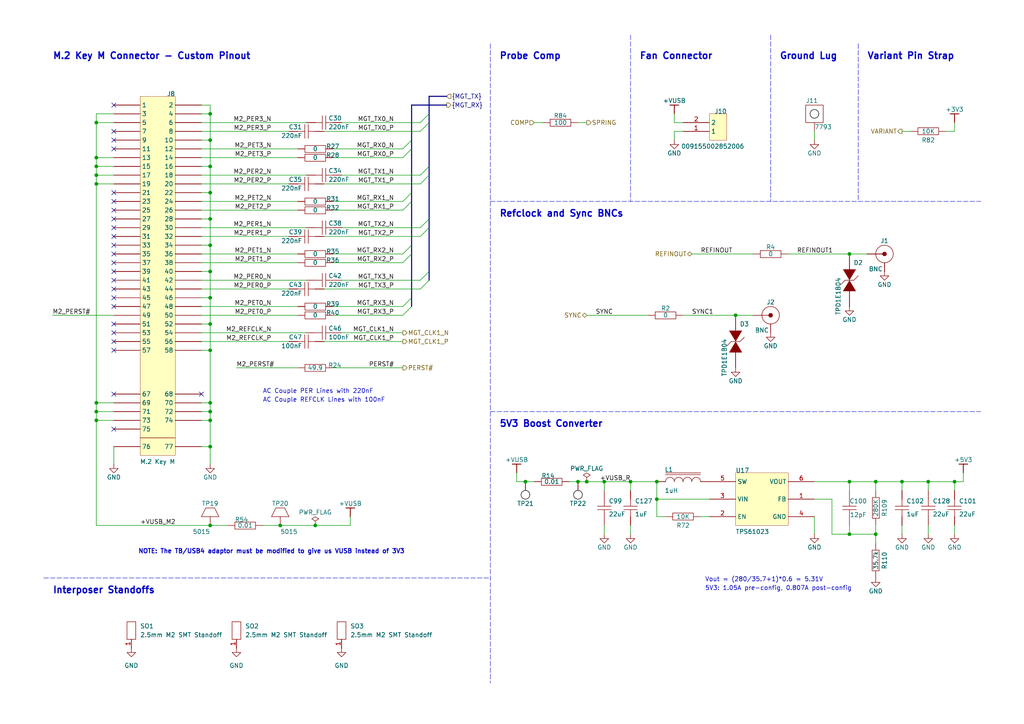
<source format=kicad_sch>
(kicad_sch (version 20250114) (generator "eeschema") (generator_version "9.0")
  (paper "A4")
  (title_block (title "ThunderScope") (rev "5.3") (company "EEVengers") (comment 1 "Aleksa Bjelogrlic"))
  (text "Probe Comp" (at 144.78 15.24 0) (effects (font (size 1.905 1.905) (thickness 0.381) (bold yes)) (justify left top)))
  (text "Vout = (280/35.7+1)*0.6 = 5.31V" (at 204.47 168.91 0) (effects (font (size 1.27 1.27) (thickness 0.1588)) (justify left bottom)))
  (text "AC Couple PER Lines with 220nF" (at 76.2 114.3 0) (effects (font (size 1.27 1.27)) (justify left bottom)))
  (text "AC Couple REFCLK Lines with 100nF" (at 76.2 116.84 0) (effects (font (size 1.27 1.27)) (justify left bottom)))
  (text "Fan Connector" (at 185.42 15.24 0) (effects (font (size 1.905 1.905) (thickness 0.381) (bold yes)) (justify left top)))
  (text "5V3 Boost Converter" (at 144.78 121.92 0) (effects (font (size 1.905 1.905) (thickness 0.381) (bold yes)) (justify left top)))
  (text "Refclock and Sync BNCs" (at 144.78 60.96 0) (effects (font (size 1.905 1.905) (thickness 0.381) (bold yes)) (justify left top)))
  (text "5V3: 1.05A pre-config, 0.807A post-config" (at 204.47 171.45 0) (effects (font (size 1.27 1.27) (thickness 0.1588)) (justify left bottom)))
  (text "NOTE: The TB/USB4 adaptor must be modified to give us VUSB instead of 3V3" (at 78.74 160.02 0) (effects (font (size 1.27 1.27) (thickness 0.254) (bold yes))))
  (text "Variant Pin Strap" (at 251.46 15.24 0) (effects (font (size 1.905 1.905) (thickness 0.381) (bold yes)) (justify left top)))
  (text "M.2 Key M Connector - Custom Pinout" (at 15.24 15.24 0) (effects (font (size 1.905 1.905) (thickness 0.381) (bold yes)) (justify left top)))
  (text "Ground Lug" (at 226.06 15.24 0) (effects (font (size 1.905 1.905) (thickness 0.381) (bold yes)) (justify left top)))
  (text "Interposer Standoffs" (at 15.24 170.18 0) (effects (font (size 1.905 1.905) (thickness 0.381) (bold yes)) (justify left top)))
  (junction (at 27.94 35.56))
  (junction (at 60.96 101.6))
  (junction (at 246.38 154.94))
  (junction (at 60.96 116.84))
  (junction (at 60.96 48.26))
  (junction (at 276.86 139.7))
  (junction (at 60.96 93.98))
  (junction (at 254 139.7))
  (junction (at 60.96 71.12))
  (junction (at 60.96 33.02))
  (junction (at 27.94 119.38))
  (junction (at 60.96 152.4))
  (junction (at 27.94 48.26))
  (junction (at 190.5 144.78))
  (junction (at 60.96 86.36))
  (junction (at 152.4 139.7))
  (junction (at 60.96 78.74))
  (junction (at 190.5 139.7))
  (junction (at 27.94 53.34))
  (junction (at 81.28 152.4))
  (junction (at 60.96 40.64))
  (junction (at 60.96 63.5))
  (junction (at 182.88 139.7))
  (junction (at 269.24 139.7))
  (junction (at 91.44 152.4))
  (junction (at 60.96 55.88))
  (junction (at 213.36 91.44))
  (junction (at 175.26 139.7))
  (junction (at 246.38 139.7))
  (junction (at 170.18 139.7))
  (junction (at 27.94 116.84))
  (junction (at 60.96 119.38))
  (junction (at 27.94 45.72))
  (junction (at 246.38 73.66))
  (junction (at 254 154.94))
  (junction (at 261.62 139.7))
  (junction (at 60.96 121.92))
  (junction (at 167.64 139.7))
  (junction (at 60.96 129.54))
  (junction (at 27.94 121.92))
  (junction (at 27.94 50.8))
  (no_connect (at 33.02 60.96))
  (no_connect (at 33.02 55.88))
  (no_connect (at 33.02 68.58))
  (no_connect (at 33.02 86.36))
  (no_connect (at 33.02 38.1))
  (no_connect (at 33.02 81.28))
  (no_connect (at 33.02 66.04))
  (no_connect (at 33.02 88.9))
  (no_connect (at 33.02 71.12))
  (no_connect (at 33.02 101.6))
  (no_connect (at 33.02 83.82))
  (no_connect (at 33.02 73.66))
  (no_connect (at 33.02 43.18))
  (no_connect (at 33.02 58.42))
  (no_connect (at 33.02 99.06))
  (no_connect (at 33.02 78.74))
  (no_connect (at 33.02 76.2))
  (no_connect (at 33.02 124.46))
  (no_connect (at 33.02 40.64))
  (no_connect (at 33.02 114.3))
  (no_connect (at 33.02 96.52))
  (no_connect (at 33.02 30.48))
  (no_connect (at 33.02 63.5))
  (no_connect (at 33.02 93.98))
  (no_connect (at 58.42 114.3))
  (bus_entry (at 116.84 88.9) (size 2.54 -2.54))
  (bus_entry (at 116.84 45.72) (size 2.54 -2.54))
  (bus_entry (at 121.92 83.82) (size 2.54 -2.54))
  (bus_entry (at 116.84 76.2) (size 2.54 -2.54))
  (bus_entry (at 121.92 66.04) (size 2.54 -2.54))
  (bus_entry (at 121.92 68.58) (size 2.54 -2.54))
  (bus_entry (at 121.92 50.8) (size 2.54 -2.54))
  (bus_entry (at 116.84 43.18) (size 2.54 -2.54))
  (bus_entry (at 116.84 91.44) (size 2.54 -2.54))
  (bus_entry (at 116.84 73.66) (size 2.54 -2.54))
  (bus_entry (at 116.84 60.96) (size 2.54 -2.54))
  (bus_entry (at 121.92 53.34) (size 2.54 -2.54))
  (bus_entry (at 121.92 38.1) (size 2.54 -2.54))
  (bus_entry (at 121.92 35.56) (size 2.54 -2.54))
  (bus_entry (at 121.92 81.28) (size 2.54 -2.54))
  (bus_entry (at 116.84 58.42) (size 2.54 -2.54))
  (wire (pts (xy 170.18 91.44) (xy 187.96 91.44)))
  (wire (pts (xy 182.88 139.7) (xy 182.88 142.24)))
  (wire (pts (xy 165.1 139.7) (xy 167.64 139.7)))
  (wire (pts (xy 60.96 86.36) (xy 60.96 93.98)))
  (wire (pts (xy 152.4 139.7) (xy 154.94 139.7)))
  (polyline (pts (xy 142.24 58.42) (xy 284.48 58.42)) (stroke (width 0.127) (type dash)))
  (wire (pts (xy 60.96 121.92) (xy 60.96 129.54)))
  (wire (pts (xy 96.52 106.68) (xy 116.84 106.68)))
  (wire (pts (xy 58.42 93.98) (xy 60.96 93.98)))
  (wire (pts (xy 58.42 96.52) (xy 88.9 96.52)))
  (wire (pts (xy 27.94 48.26) (xy 27.94 45.72)))
  (wire (pts (xy 27.94 119.38) (xy 27.94 116.84)))
  (wire (pts (xy 58.42 48.26) (xy 60.96 48.26)))
  (bus (pts (xy 119.38 86.36) (xy 119.38 88.9)))
  (wire (pts (xy 91.44 152.4) (xy 101.6 152.4)))
  (wire (pts (xy 60.96 33.02) (xy 60.96 40.64)))
  (wire (pts (xy 96.52 43.18) (xy 116.84 43.18)))
  (wire (pts (xy 60.96 78.74) (xy 60.96 86.36)))
  (wire (pts (xy 261.62 38.1) (xy 264.16 38.1)))
  (wire (pts (xy 96.52 45.72) (xy 116.84 45.72)))
  (polyline (pts (xy 248.92 12.7) (xy 248.92 58.42)) (stroke (width 0.127) (type dash)))
  (wire (pts (xy 58.42 101.6) (xy 60.96 101.6)))
  (wire (pts (xy 93.98 83.82) (xy 121.92 83.82)))
  (wire (pts (xy 60.96 40.64) (xy 60.96 48.26)))
  (wire (pts (xy 175.26 139.7) (xy 182.88 139.7)))
  (wire (pts (xy 27.94 35.56) (xy 27.94 33.02)))
  (wire (pts (xy 60.96 55.88) (xy 60.96 63.5)))
  (wire (pts (xy 60.96 152.4) (xy 66.04 152.4)))
  (wire (pts (xy 182.88 139.7) (xy 190.5 139.7)))
  (wire (pts (xy 60.96 93.98) (xy 60.96 101.6)))
  (wire (pts (xy 195.58 38.1) (xy 195.58 40.64)))
  (wire (pts (xy 27.94 152.4) (xy 60.96 152.4)))
  (wire (pts (xy 27.94 53.34) (xy 27.94 50.8)))
  (wire (pts (xy 167.64 35.56) (xy 170.18 35.56)))
  (wire (pts (xy 96.52 91.44) (xy 116.84 91.44)))
  (wire (pts (xy 58.42 30.48) (xy 60.96 30.48)))
  (polyline (pts (xy 12.7 167.64) (xy 142.24 167.64)) (stroke (width 0.127) (type dash)))
  (wire (pts (xy 58.42 55.88) (xy 60.96 55.88)))
  (wire (pts (xy 27.94 116.84) (xy 27.94 53.34)))
  (wire (pts (xy 33.02 119.38) (xy 27.94 119.38)))
  (wire (pts (xy 33.02 48.26) (xy 27.94 48.26)))
  (wire (pts (xy 58.42 119.38) (xy 60.96 119.38)))
  (polyline (pts (xy 182.88 10.16) (xy 182.88 58.42)) (stroke (width 0.127) (type dash)))
  (wire (pts (xy 58.42 83.82) (xy 83.82 83.82)))
  (wire (pts (xy 58.42 38.1) (xy 83.82 38.1)))
  (wire (pts (xy 96.52 60.96) (xy 116.84 60.96)))
  (wire (pts (xy 33.02 53.34) (xy 27.94 53.34)))
  (wire (pts (xy 198.12 91.44) (xy 213.36 91.44)))
  (wire (pts (xy 60.96 129.54) (xy 60.96 134.62)))
  (bus (pts (xy 119.38 40.64) (xy 119.38 43.18)))
  (bus (pts (xy 124.46 66.04) (xy 124.46 63.5)))
  (bus (pts (xy 124.46 50.8) (xy 124.46 48.26)))
  (wire (pts (xy 33.02 129.54) (xy 33.02 134.62)))
  (wire (pts (xy 198.12 35.56) (xy 195.58 35.56)))
  (wire (pts (xy 269.24 139.7) (xy 276.86 139.7)))
  (bus (pts (xy 124.46 35.56) (xy 124.46 33.02)))
  (wire (pts (xy 276.86 35.56) (xy 276.86 38.1)))
  (wire (pts (xy 99.06 50.8) (xy 121.92 50.8)))
  (polyline (pts (xy 142.24 119.38) (xy 284.48 119.38)) (stroke (width 0.127) (type dash)))
  (wire (pts (xy 96.52 76.2) (xy 116.84 76.2)))
  (wire (pts (xy 182.88 154.94) (xy 182.88 152.4)))
  (wire (pts (xy 96.52 73.66) (xy 116.84 73.66)))
  (wire (pts (xy 254 152.4) (xy 254 154.94)))
  (wire (pts (xy 198.12 38.1) (xy 195.58 38.1)))
  (wire (pts (xy 33.02 116.84) (xy 27.94 116.84)))
  (wire (pts (xy 60.96 71.12) (xy 60.96 78.74)))
  (bus (pts (xy 124.46 48.26) (xy 124.46 35.56)))
  (wire (pts (xy 60.96 101.6) (xy 60.96 116.84)))
  (bus (pts (xy 124.46 27.94) (xy 129.54 27.94)))
  (wire (pts (xy 246.38 139.7) (xy 246.38 142.24)))
  (wire (pts (xy 60.96 30.48) (xy 60.96 33.02)))
  (wire (pts (xy 58.42 66.04) (xy 88.9 66.04)))
  (wire (pts (xy 279.4 137.16) (xy 279.4 139.7)))
  (wire (pts (xy 167.64 139.7) (xy 170.18 139.7)))
  (wire (pts (xy 76.2 152.4) (xy 81.28 152.4)))
  (wire (pts (xy 93.98 53.34) (xy 121.92 53.34)))
  (bus (pts (xy 119.38 73.66) (xy 119.38 86.36)))
  (wire (pts (xy 99.06 81.28) (xy 121.92 81.28)))
  (wire (pts (xy 27.94 50.8) (xy 27.94 48.26)))
  (wire (pts (xy 60.96 129.54) (xy 58.42 129.54)))
  (wire (pts (xy 261.62 139.7) (xy 261.62 142.24)))
  (wire (pts (xy 58.42 35.56) (xy 88.9 35.56)))
  (wire (pts (xy 261.62 139.7) (xy 269.24 139.7)))
  (wire (pts (xy 203.2 149.86) (xy 205.74 149.86)))
  (wire (pts (xy 58.42 91.44) (xy 86.36 91.44)))
  (wire (pts (xy 58.42 88.9) (xy 86.36 88.9)))
  (bus (pts (xy 119.38 30.48) (xy 129.54 30.48)))
  (wire (pts (xy 58.42 43.18) (xy 86.36 43.18)))
  (wire (pts (xy 175.26 139.7) (xy 175.26 142.24)))
  (wire (pts (xy 58.42 53.34) (xy 83.82 53.34)))
  (wire (pts (xy 93.98 38.1) (xy 121.92 38.1)))
  (wire (pts (xy 33.02 33.02) (xy 27.94 33.02)))
  (wire (pts (xy 193.04 149.86) (xy 190.5 149.86)))
  (wire (pts (xy 60.96 119.38) (xy 60.96 121.92)))
  (wire (pts (xy 276.86 139.7) (xy 279.4 139.7)))
  (wire (pts (xy 175.26 154.94) (xy 175.26 152.4)))
  (wire (pts (xy 190.5 144.78) (xy 205.74 144.78)))
  (wire (pts (xy 58.42 121.92) (xy 60.96 121.92)))
  (wire (pts (xy 58.42 71.12) (xy 60.96 71.12)))
  (wire (pts (xy 15.24 91.44) (xy 33.02 91.44)))
  (wire (pts (xy 81.28 152.4) (xy 91.44 152.4)))
  (wire (pts (xy 99.06 96.52) (xy 116.84 96.52)))
  (wire (pts (xy 33.02 50.8) (xy 27.94 50.8)))
  (wire (pts (xy 58.42 68.58) (xy 83.82 68.58)))
  (wire (pts (xy 58.42 73.66) (xy 86.36 73.66)))
  (wire (pts (xy 58.42 33.02) (xy 60.96 33.02)))
  (wire (pts (xy 58.42 81.28) (xy 88.9 81.28)))
  (wire (pts (xy 274.32 38.1) (xy 276.86 38.1)))
  (bus (pts (xy 119.38 71.12) (xy 119.38 73.66)))
  (wire (pts (xy 213.36 91.44) (xy 218.44 91.44)))
  (wire (pts (xy 276.86 142.24) (xy 276.86 139.7)))
  (wire (pts (xy 58.42 50.8) (xy 88.9 50.8)))
  (wire (pts (xy 269.24 154.94) (xy 269.24 152.4)))
  (wire (pts (xy 195.58 33.02) (xy 195.58 35.56)))
  (wire (pts (xy 236.22 149.86) (xy 236.22 154.94)))
  (bus (pts (xy 119.38 55.88) (xy 119.38 58.42)))
  (wire (pts (xy 149.86 137.16) (xy 149.86 139.7)))
  (wire (pts (xy 27.94 152.4) (xy 27.94 121.92)))
  (bus (pts (xy 119.38 30.48) (xy 119.38 40.64)))
  (wire (pts (xy 149.86 139.7) (xy 152.4 139.7)))
  (wire (pts (xy 60.96 63.5) (xy 60.96 71.12)))
  (wire (pts (xy 269.24 142.24) (xy 269.24 139.7)))
  (wire (pts (xy 99.06 35.56) (xy 121.92 35.56)))
  (wire (pts (xy 101.6 152.4) (xy 101.6 149.86)))
  (bus (pts (xy 119.38 43.18) (xy 119.38 55.88)))
  (wire (pts (xy 236.22 38.1) (xy 236.22 40.64)))
  (wire (pts (xy 246.38 139.7) (xy 236.22 139.7)))
  (wire (pts (xy 261.62 139.7) (xy 254 139.7)))
  (wire (pts (xy 241.3 154.94) (xy 246.38 154.94)))
  (polyline (pts (xy 142.24 12.7) (xy 142.24 198.12)) (stroke (width 0.127) (type dash)))
  (wire (pts (xy 58.42 78.74) (xy 60.96 78.74)))
  (wire (pts (xy 93.98 99.06) (xy 116.84 99.06)))
  (wire (pts (xy 190.5 144.78) (xy 190.5 149.86)))
  (wire (pts (xy 58.42 45.72) (xy 86.36 45.72)))
  (wire (pts (xy 246.38 152.4) (xy 246.38 154.94)))
  (wire (pts (xy 190.5 139.7) (xy 190.5 144.78)))
  (wire (pts (xy 246.38 139.7) (xy 254 139.7)))
  (wire (pts (xy 27.94 45.72) (xy 27.94 35.56)))
  (wire (pts (xy 60.96 48.26) (xy 60.96 55.88)))
  (wire (pts (xy 93.98 68.58) (xy 121.92 68.58)))
  (bus (pts (xy 124.46 78.74) (xy 124.46 66.04)))
  (wire (pts (xy 58.42 40.64) (xy 60.96 40.64)))
  (bus (pts (xy 124.46 63.5) (xy 124.46 50.8)))
  (wire (pts (xy 170.18 139.7) (xy 175.26 139.7)))
  (wire (pts (xy 58.42 63.5) (xy 60.96 63.5)))
  (wire (pts (xy 33.02 121.92) (xy 27.94 121.92)))
  (wire (pts (xy 154.94 35.56) (xy 157.48 35.56)))
  (wire (pts (xy 58.42 99.06) (xy 83.82 99.06)))
  (bus (pts (xy 119.38 58.42) (xy 119.38 71.12)))
  (wire (pts (xy 33.02 45.72) (xy 27.94 45.72)))
  (wire (pts (xy 60.96 116.84) (xy 60.96 119.38)))
  (wire (pts (xy 96.52 88.9) (xy 116.84 88.9)))
  (wire (pts (xy 246.38 154.94) (xy 254 154.94)))
  (wire (pts (xy 228.6 73.66) (xy 246.38 73.66)))
  (wire (pts (xy 58.42 76.2) (xy 86.36 76.2)))
  (wire (pts (xy 58.42 86.36) (xy 60.96 86.36)))
  (wire (pts (xy 246.38 73.66) (xy 251.46 73.66)))
  (wire (pts (xy 86.36 106.68) (xy 68.58 106.68)))
  (wire (pts (xy 99.06 66.04) (xy 121.92 66.04)))
  (wire (pts (xy 254 142.24) (xy 254 139.7)))
  (wire (pts (xy 241.3 144.78) (xy 241.3 154.94)))
  (wire (pts (xy 261.62 154.94) (xy 261.62 152.4)))
  (bus (pts (xy 124.46 81.28) (xy 124.46 78.74)))
  (wire (pts (xy 33.02 35.56) (xy 27.94 35.56)))
  (wire (pts (xy 27.94 121.92) (xy 27.94 119.38)))
  (wire (pts (xy 96.52 58.42) (xy 116.84 58.42)))
  (wire (pts (xy 200.66 73.66) (xy 218.44 73.66)))
  (wire (pts (xy 276.86 154.94) (xy 276.86 152.4)))
  (wire (pts (xy 58.42 58.42) (xy 86.36 58.42)))
  (bus (pts (xy 124.46 33.02) (xy 124.46 27.94)))
  (wire (pts (xy 254 154.94) (xy 254 157.48)))
  (wire (pts (xy 58.42 60.96) (xy 86.36 60.96)))
  (wire (pts (xy 236.22 144.78) (xy 241.3 144.78)))
  (polyline (pts (xy 223.52 10.16) (xy 223.52 58.42)) (stroke (width 0.127) (type dash)))
  (wire (pts (xy 60.96 116.84) (xy 58.42 116.84)))
  (label "MGT_RX3_N" (at 114.3 88.9 180))
  (label "M2_PERST#" (at 68.58 106.68 0))
  (label "MGT_TX1_P" (at 114.3 53.34 180))
  (label "MGT_CLK1_P" (at 114.3 99.06 180))
  (label "MGT_CLK1_N" (at 114.3 96.52 180))
  (label "MGT_TX0_N" (at 114.3 35.56 180))
  (label "M2_REFCLK_P" (at 78.74 99.06 180))
  (label "M2_PER0_P" (at 78.74 83.82 180))
  (label "M2_PET0_N" (at 78.74 88.9 180))
  (label "PERST#" (at 114.3 106.68 180))
  (label "MGT_RX3_P" (at 114.3 91.44 180))
  (label "MGT_TX2_P" (at 114.3 68.58 180))
  (label "M2_PET2_N" (at 78.74 58.42 180))
  (label "MGT_RX0_P" (at 114.3 45.72 180))
  (label "MGT_RX2_P" (at 114.3 76.2 180))
  (label "M2_PER2_N" (at 78.74 50.8 180))
  (label "M2_PET1_P" (at 78.74 76.2 180))
  (label "MGT_RX1_N" (at 114.3 58.42 180))
  (label "SYNC" (at 172.72 91.44 0))
  (label "SYNC1" (at 200.66 91.44 0))
  (label "M2_REFCLK_N" (at 78.74 96.52 180))
  (label "REFINOUT1" (at 231.14 73.66 0))
  (label "M2_PET3_P" (at 78.74 45.72 180))
  (label "M2_PERST#" (at 15.24 91.44 0))
  (label "MGT_TX2_N" (at 114.3 66.04 180))
  (label "M2_PER3_N" (at 78.74 35.56 180))
  (label "M2_PER0_N" (at 78.74 81.28 180))
  (label "MGT_TX3_P" (at 114.3 83.82 180))
  (label "M2_PER1_P" (at 78.74 68.58 180))
  (label "+VUSB_R" (at 182.88 139.7 180))
  (label "M2_PET2_P" (at 78.74 60.96 180))
  (label "MGT_RX1_P" (at 114.3 60.96 180))
  (label "+VUSB_M2" (at 40.64 152.4 0))
  (label "M2_PER2_P" (at 78.74 53.34 180))
  (label "MGT_RX0_N" (at 114.3 43.18 180))
  (label "MGT_TX0_P" (at 114.3 38.1 180))
  (label "M2_PET1_N" (at 78.74 73.66 180))
  (label "M2_PET0_P" (at 78.74 91.44 180))
  (label "MGT_TX3_N" (at 114.3 81.28 180))
  (label "M2_PER1_N" (at 78.74 66.04 180))
  (label "MGT_RX2_N" (at 114.3 73.66 180))
  (label "MGT_TX1_N" (at 114.3 50.8 180))
  (label "M2_PER3_P" (at 78.74 38.1 180))
  (label "M2_PET3_N" (at 78.74 43.18 180))
  (label "REFINOUT" (at 203.2 73.66 0))
  (hierarchical_label "PERST#" (shape output) (at 116.84 106.68 0))
  (hierarchical_label "{MGT_TX}" (shape input) (at 129.54 27.94 0))
  (hierarchical_label "REFINOUT" (shape bidirectional) (at 200.66 73.66 180))
  (hierarchical_label "MGT_CLK1_P" (shape output) (at 116.84 99.06 0))
  (hierarchical_label "VARIANT" (shape output) (at 261.62 38.1 180))
  (hierarchical_label "SYNC" (shape bidirectional) (at 170.18 91.44 180))
  (hierarchical_label "SPRING" (shape output) (at 170.18 35.56 0))
  (hierarchical_label "MGT_CLK1_N" (shape output) (at 116.84 96.52 0))
  (hierarchical_label "COMP" (shape input) (at 154.94 35.56 180))
  (hierarchical_label "{MGT_RX}" (shape output) (at 129.54 30.48 0))
  (symbol (lib_id "Thunderscope_Rev5:RES 0 OHM 1/16W 0402") (at 91.44 88.9 0) (mirror y) (unit 1)
    (property "Reference" "R39" (at 96.52 88.9 0) (effects (justify bottom)))
    (property "Value" "0" (at 91.44 88.9 0))
    (property "Footprint" "Thunderscope_Rev5:GEN_R_0402" (effects (hide yes)))
    (property "PACKAGE" "0402" (effects (hide yes)))
    (property "SUPPLIER 1" "Mouser" (effects (hide yes)))
    (property "SUPPLIER PART NUMBER 1" "603-RC0402JR-070RL" (effects (hide yes)))
    (property "MANUFACTURER" "Yageo" (effects (hide yes)))
    (property "MANUFACTURER PART NUMBER" "RC0402JR-070RL" (effects (hide yes)))
  )
  (symbol (lib_id "Thunderscope_Rev5:RES 10K OHM 1% 1/10W 0402") (at 198.12 149.86 0) (unit 1)
    (property "Reference" "R72" (at 198.12 152.4 0))
    (property "Value" "10K" (at 198.12 149.86 0))
    (property "Footprint" "Thunderscope_Rev5:GEN_R_0402" (effects (hide yes)))
    (property "TOLERANCE" "1%" (effects (hide yes)))
    (property "PACKAGE" "0402" (effects (hide yes)))
    (property "SUPPLIER 1" "Mouser" (effects (hide yes)))
    (property "SUPPLIER PART NUMBER 1" "667-ERJ-2RKF1002X" (effects (hide yes)))
    (property "MANUFACTURER" "Panasonic" (effects (hide yes)))
    (property "MANUFACTURER PART NUMBER" "ERJ-2RKF1002X" (effects (hide yes)))
  )
  (symbol (lib_id "Thunderscope_Rev5:CAP 220nF 16V X7R 0402") (at 88.9 38.1 270) (mirror x) (unit 1)
    (property "Reference" "C31" (at 87.63 36.83 90) (effects (justify right)))
    (property "Value" "220nF" (at 87.63 39.37 90) (effects (justify right)))
    (property "Footprint" "Thunderscope_Rev5:GEN_C_0402" (effects (hide yes)))
    (property "PACKAGE" "0402" (effects (hide yes)))
    (property "VOLTAGE RATING" "16V" (effects (hide yes)))
    (property "SUPPLIER 1" "Mouser" (effects (hide yes)))
    (property "SUPPLIER PART NUMBER 1" "81-GCM155R71C224KE2D" (effects (hide yes)))
    (property "HOUSE PART NUMBER" "C-100nF-0402-002" (effects (hide yes)))
    (property "MANUFACTURER" "Murata" (effects (hide yes)))
    (property "MANUFACTURER PART NUMBER" "GCM155R71C224KE02D" (effects (hide yes)))
  )
  (symbol (lib_id "Thunderscope_Rev5:GND") (at 99.06 187.96 0) (unit 1)
    (property "Reference" "#PWR0381" (effects (hide yes)))
    (property "Value" "GND" (at 99.06 193.04 0))
    (property "Description" "Power symbol creates a global label with name \"GND\" , ground" (effects (hide yes)))
  )
  (symbol (lib_id "power:PWR_FLAG") (at 170.18 139.7 0) (unit 1)
    (property "Reference" "#FLG019" (effects (hide yes)))
    (property "Value" "PWR_FLAG" (at 170.18 135.89 0))
    (property "Description" "Special symbol for telling ERC where power comes from" (effects (hide yes)))
  )
  (symbol (lib_id "Thunderscope_Rev5:GND") (at 60.96 134.62 0) (mirror y) (unit 1)
    (property "Reference" "#PWR0559" (effects (hide yes)))
    (property "Value" "GND" (at 60.96 138.43 0))
    (property "Description" "Power symbol creates a global label with name \"GND\" , ground" (effects (hide yes)))
  )
  (symbol (lib_id "Thunderscope_Rev5:CAP 220nF 16V X7R 0402") (at 93.98 50.8 270) (mirror x) (unit 1)
    (property "Reference" "C34" (at 95.25 49.53 90) (effects (justify left)))
    (property "Value" "220nF" (at 95.25 52.07 90) (effects (justify left)))
    (property "Footprint" "Thunderscope_Rev5:GEN_C_0402" (effects (hide yes)))
    (property "PACKAGE" "0402" (effects (hide yes)))
    (property "VOLTAGE RATING" "16V" (effects (hide yes)))
    (property "SUPPLIER 1" "Mouser" (effects (hide yes)))
    (property "SUPPLIER PART NUMBER 1" "81-GCM155R71C224KE2D" (effects (hide yes)))
    (property "HOUSE PART NUMBER" "C-100nF-0402-002" (effects (hide yes)))
    (property "MANUFACTURER" "Murata" (effects (hide yes)))
    (property "MANUFACTURER PART NUMBER" "GCM155R71C224KE02D" (effects (hide yes)))
  )
  (symbol (lib_id "Thunderscope_Rev5:CAP 100nF 16V X7R 0402") (at 93.98 96.52 270) (mirror x) (unit 1)
    (property "Reference" "C46" (at 95.25 95.25 90) (effects (justify left)))
    (property "Value" "100nF" (at 95.25 97.79 90) (effects (justify left)))
    (property "Footprint" "Thunderscope_Rev5:GEN_C_0402" (effects (hide yes)))
    (property "PACKAGE" "0402" (effects (hide yes)))
    (property "VOLTAGE RATING" "16V" (effects (hide yes)))
    (property "SUPPLIER 1" "Mouser" (effects (hide yes)))
    (property "SUPPLIER PART NUMBER 1" "81-GCM155R71C104KA5D" (effects (hide yes)))
    (property "HOUSE PART NUMBER" "C-100nF-0402-002" (effects (hide yes)))
    (property "MANUFACTURER" "Murata" (effects (hide yes)))
    (property "MANUFACTURER PART NUMBER" "GCM155R71C104KA55D" (effects (hide yes)))
  )
  (symbol (lib_id "Thunderscope_Rev5:GND") (at 254 167.64 0) (unit 1)
    (property "Reference" "#PWR0342" (effects (hide yes)))
    (property "Value" "GND" (at 254 171.45 0))
    (property "Description" "Power symbol creates a global label with name \"GND\" , ground" (effects (hide yes)))
  )
  (symbol (lib_id "Thunderscope_Rev5:+VUSB") (at 195.58 33.02 0) (mirror x) (unit 1)
    (property "Reference" "#PWR0273" (effects (hide yes)))
    (property "Value" "+VUSB" (at 195.58 29.21 0))
    (property "Description" "Power symbol creates a global label with name '+VUSB'" (effects (hide yes)))
  )
  (symbol (lib_id "Thunderscope_Rev5:BNC JACK R/A") (at 223.52 91.44 0) (mirror y) (unit 1)
    (property "Reference" "J2" (at 223.52 87.63 0))
    (property "Value" "BNC" (at 220.98 96.52 0) (effects (justify bottom)))
    (property "Footprint" "Thunderscope_Rev5:MOL_0731000105" (effects (hide yes)))
    (property "SUPPLIER 1" "Mouser" (effects (hide yes)))
    (property "SUPPLIER PART NUMBER 1" "538-73100-0105" (effects (hide yes)))
    (property "MANUFACTURER" "Molex" (effects (hide yes)))
    (property "MANUFACTURER PART NUMBER" "73100-0105" (effects (hide yes)))
  )
  (symbol (lib_id "Thunderscope_Rev5:CAP 220nF 16V X7R 0402") (at 88.9 68.58 270) (mirror x) (unit 1)
    (property "Reference" "C39" (at 87.63 67.31 90) (effects (justify right)))
    (property "Value" "220nF" (at 87.63 69.85 90) (effects (justify right)))
    (property "Footprint" "Thunderscope_Rev5:GEN_C_0402" (effects (hide yes)))
    (property "PACKAGE" "0402" (effects (hide yes)))
    (property "VOLTAGE RATING" "16V" (effects (hide yes)))
    (property "SUPPLIER 1" "Mouser" (effects (hide yes)))
    (property "SUPPLIER PART NUMBER 1" "81-GCM155R71C224KE2D" (effects (hide yes)))
    (property "HOUSE PART NUMBER" "C-100nF-0402-002" (effects (hide yes)))
    (property "MANUFACTURER" "Murata" (effects (hide yes)))
    (property "MANUFACTURER PART NUMBER" "GCM155R71C224KE02D" (effects (hide yes)))
  )
  (symbol (lib_id "Thunderscope_Rev5:IND 1uH 5.5A 32 MOHM 1210") (at 198.12 139.7 0) (unit 1)
    (property "Reference" "L1" (at 192.786 136.906 0) (effects (justify left bottom)))
    (property "Value" "1uH" (at 192.786 143.002 0) (effects (justify left bottom)))
    (property "Footprint" "Thunderscope_Rev5:GEN_L_1210" (effects (hide yes)))
    (property "SUPPLIER 1" "Mouser" (effects (hide yes)))
    (property "SUPPLIER PART NUMBER 1" "652-SRP3212-1R0M" (effects (hide yes)))
    (property "HOUSE PART NUMBER" "SRP3212-1R0M" (effects (hide yes)))
    (property "MANUFACTURER" "Bourns" (effects (hide yes)))
    (property "MANUFACTURER PART NUMBER" "SRP3212-1R0M" (effects (hide yes)))
  )
  (symbol (lib_id "Thunderscope_Rev5:GND") (at 261.62 154.94 0) (unit 1)
    (property "Reference" "#PWR01018" (effects (hide yes)))
    (property "Value" "GND" (at 261.62 158.75 0))
    (property "Description" "Power symbol creates a global label with name \"GND\" , ground" (effects (hide yes)))
  )
  (symbol (lib_id "Thunderscope_Rev5:CAP 220nF 16V X7R 0402") (at 93.98 66.04 270) (mirror x) (unit 1)
    (property "Reference" "C38" (at 95.25 64.77 90) (effects (justify left)))
    (property "Value" "220nF" (at 95.25 67.31 90) (effects (justify left)))
    (property "Footprint" "Thunderscope_Rev5:GEN_C_0402" (effects (hide yes)))
    (property "PACKAGE" "0402" (effects (hide yes)))
    (property "VOLTAGE RATING" "16V" (effects (hide yes)))
    (property "SUPPLIER 1" "Mouser" (effects (hide yes)))
    (property "SUPPLIER PART NUMBER 1" "81-GCM155R71C224KE2D" (effects (hide yes)))
    (property "HOUSE PART NUMBER" "C-100nF-0402-002" (effects (hide yes)))
    (property "MANUFACTURER" "Murata" (effects (hide yes)))
    (property "MANUFACTURER PART NUMBER" "GCM155R71C224KE02D" (effects (hide yes)))
  )
  (symbol (lib_id "Thunderscope_Rev5:CAP 22uF 25V X5R 0805") (at 276.86 147.32 0) (unit 1)
    (property "Reference" "C101" (at 278.13 146.05 0) (effects (justify left bottom)))
    (property "Value" "22uF" (at 278.13 149.86 0) (effects (justify left bottom)))
    (property "Footprint" "Thunderscope_Rev5:GEN_C_0805" (effects (hide yes)))
    (property "PACKAGE" "0805" (effects (hide yes)))
    (property "VOLTAGE RATING" "25V" (effects (hide yes)))
    (property "SUPPLIER 1" "Mouser" (effects (hide yes)))
    (property "SUPPLIER PART NUMBER 1" "81-GRM21BR61E226ME4L" (effects (hide yes)))
    (property "HOUSE PART NUMBER" "C-22uF-0805-002" (effects (hide yes)))
    (property "MANUFACTURER" "Murata" (effects (hide yes)))
    (property "MANUFACTURER PART NUMBER" "GRM21BR61E226ME44L" (effects (hide yes)))
  )
  (symbol (lib_id "Thunderscope_Rev5:TVS TPD1E1B04") (at 213.36 99.06 0) (unit 1)
    (property "Reference" "D3" (at 215.9 93.98 0))
    (property "Value" "TPD1E1B04" (at 210.82 109.22 90) (effects (justify left bottom)))
    (property "Footprint" "Thunderscope_Rev5:TI_X1SON_DPY0002A" (effects (hide yes)))
    (property "SUPPLIER 1" "Texas Instruments" (effects (hide yes)))
    (property "SUPPLIER PART NUMBER 1" "TPD1E1B04DPYR" (effects (hide yes)))
    (property "MANUFACTURER" "Texas Instruments" (effects (hide yes)))
    (property "MANUFACTURER PART NUMBER" "TPD1E1B04DPYR" (effects (hide yes)))
  )
  (symbol (lib_id "Thunderscope_Rev5:GND") (at 256.54 78.74 0) (mirror y) (unit 1)
    (property "Reference" "#PWR011" (effects (hide yes)))
    (property "Value" "GND" (at 256.54 82.55 0))
    (property "Description" "Power symbol creates a global label with name \"GND\" , ground" (effects (hide yes)))
  )
  (symbol (lib_id "Thunderscope_Rev5:CAP 220nF 16V X7R 0402") (at 88.9 53.34 270) (mirror x) (unit 1)
    (property "Reference" "C35" (at 87.63 52.07 90) (effects (justify right)))
    (property "Value" "220nF" (at 87.63 54.61 90) (effects (justify right)))
    (property "Footprint" "Thunderscope_Rev5:GEN_C_0402" (effects (hide yes)))
    (property "PACKAGE" "0402" (effects (hide yes)))
    (property "VOLTAGE RATING" "16V" (effects (hide yes)))
    (property "SUPPLIER 1" "Mouser" (effects (hide yes)))
    (property "SUPPLIER PART NUMBER 1" "81-GCM155R71C224KE2D" (effects (hide yes)))
    (property "HOUSE PART NUMBER" "C-100nF-0402-002" (effects (hide yes)))
    (property "MANUFACTURER" "Murata" (effects (hide yes)))
    (property "MANUFACTURER PART NUMBER" "GCM155R71C224KE02D" (effects (hide yes)))
  )
  (symbol (lib_id "Thunderscope_Rev5:BNC JACK R/A") (at 256.54 73.66 0) (mirror y) (unit 1)
    (property "Reference" "J1" (at 256.54 69.85 0))
    (property "Value" "BNC" (at 254 78.74 0) (effects (justify bottom)))
    (property "Footprint" "Thunderscope_Rev5:MOL_0731000105" (effects (hide yes)))
    (property "SUPPLIER 1" "Mouser" (effects (hide yes)))
    (property "SUPPLIER PART NUMBER 1" "538-73100-0105" (effects (hide yes)))
    (property "MANUFACTURER" "Molex" (effects (hide yes)))
    (property "MANUFACTURER PART NUMBER" "73100-0105" (effects (hide yes)))
  )
  (symbol (lib_id "Thunderscope_Rev5:CAP 1uF 25V X5R 0402") (at 261.62 147.32 0) (unit 1)
    (property "Reference" "C102" (at 262.89 146.05 0) (effects (justify left bottom)))
    (property "Value" "1uF" (at 262.89 149.86 0) (effects (justify left bottom)))
    (property "Footprint" "Thunderscope_Rev5:GEN_C_0402" (effects (hide yes)))
    (property "PACKAGE" "0402" (effects (hide yes)))
    (property "VOLTAGE RATING" "25V" (effects (hide yes)))
    (property "SUPPLIER 1" "Mouser" (effects (hide yes)))
    (property "SUPPLIER PART NUMBER 1" "81-GRM155R61E105KA2D" (effects (hide yes)))
    (property "MANUFACTURER" "Murata" (effects (hide yes)))
    (property "MANUFACTURER PART NUMBER" "GRM155R61E105KA12D" (effects (hide yes)))
  )
  (symbol (lib_id "Thunderscope_Rev5:GND") (at 195.58 40.64 0) (mirror y) (unit 1)
    (property "Reference" "#PWR0274" (effects (hide yes)))
    (property "Value" "GND" (at 195.58 44.45 0))
    (property "Description" "Power symbol creates a global label with name \"GND\" , ground" (effects (hide yes)))
  )
  (symbol (lib_id "Thunderscope_Rev5:TP PCB 1mm") (at 152.4 139.7 270) (unit 1) (in_bom no)
    (property "Reference" "TP21" (at 152.4 146.05 90))
    (property "Value" "PCB" (effects (hide yes)))
    (property "Footprint" "Thunderscope_Rev5:GEN_TP_PCB" (effects (hide yes)))
  )
  (symbol (lib_id "Thunderscope_Rev5:GND") (at 236.22 40.64 0) (unit 1)
    (property "Reference" "#PWR014" (effects (hide yes)))
    (property "Value" "GND" (at 236.22 44.45 0))
    (property "Description" "Power symbol creates a global label with name \"GND\" , ground" (effects (hide yes)))
  )
  (symbol (lib_id "Thunderscope_Rev5:RES 0.01 OHM 1% 1/4W 0603") (at 71.12 152.4 0) (unit 1)
    (property "Reference" "R54" (at 68.12 151.424 0) (effects (justify left bottom)))
    (property "Value" "0.01" (at 71.12 152.4 0))
    (property "Footprint" "Thunderscope_Rev5:GEN_R_0603" (effects (hide yes)))
    (property "TOLERANCE" "1%" (effects (hide yes)))
    (property "SUPPLIER 1" "Mouser" (effects (hide yes)))
    (property "SUPPLIER PART NUMBER 1" "754-RL0816T-R010-F" (effects (hide yes)))
    (property "PACKAGE" "0603" (effects (hide yes)))
    (property "HOUSE PART NUMBER" "R-0.01-0603-1%-001" (effects (hide yes)))
    (property "MANUFACTURER" "Susumu" (effects (hide yes)))
    (property "MANUFACTURER PART NUMBER" "RL0816T-R010-F" (effects (hide yes)))
  )
  (symbol (lib_id "Thunderscope_Rev5:STANDOFF_M2_9774025243R") (at 38.1 185.42 0) (unit 1)
    (property "Reference" "SO1" (at 40.64 181.6099 0) (effects (justify left)))
    (property "Value" "2.5mm M2 SMT Standoff" (at 40.64 184.1499 0) (effects (justify left)))
    (property "Footprint" "Thunderscope_Rev5:STANDOFF_M2_9774025243R" (effects (hide yes)))
    (property "SUPPLIER 1" "Mouser" (effects (hide yes)))
    (property "SUPPLIER PART NUMBER 1" "710-9774025243R" (effects (hide yes)))
    (property "MANUFACTURER" "Wurth Elektronik" (effects (hide yes)))
    (property "MANUFACTURER PART NUMBER" "9774025243R" (effects (hide yes)))
  )
  (symbol (lib_id "Thunderscope_Rev5:CONN M4 SCREW TERM KEYSTONE 7793") (at 236.22 35.56 0) (unit 1)
    (property "Reference" "J11" (at 233.68 29.21 0) (effects (justify left)))
    (property "Value" "7793" (at 236.22 36.83 0) (effects (justify left)))
    (property "Footprint" "Thunderscope_Rev5:KEY_7792" (effects (hide yes)))
    (property "MANUFACTURER" "Keystone Electronics" (effects (hide yes)))
    (property "MANUFACTURER PART NUMBER" "7793" (effects (hide yes)))
    (property "SUPPLIER 1" "Mouser" (effects (hide yes)))
    (property "SUPPLIER PART NUMBER 1" "534-7793" (effects (hide yes)))
  )
  (symbol (lib_id "Thunderscope_Rev5:GND") (at 246.38 88.9 0) (unit 1)
    (property "Reference" "#PWR010" (effects (hide yes)))
    (property "Value" "GND" (at 246.38 92.71 0))
    (property "Description" "Power symbol creates a global label with name \"GND\" , ground" (effects (hide yes)))
  )
  (symbol (lib_id "Thunderscope_Rev5:RES 0 OHM 1/16W 0402") (at 91.44 73.66 0) (mirror y) (unit 1)
    (property "Reference" "R35" (at 96.52 73.66 0) (effects (justify bottom)))
    (property "Value" "0" (at 91.44 73.66 0))
    (property "Footprint" "Thunderscope_Rev5:GEN_R_0402" (effects (hide yes)))
    (property "PACKAGE" "0402" (effects (hide yes)))
    (property "SUPPLIER 1" "Mouser" (effects (hide yes)))
    (property "SUPPLIER PART NUMBER 1" "603-RC0402JR-070RL" (effects (hide yes)))
    (property "MANUFACTURER" "Yageo" (effects (hide yes)))
    (property "MANUFACTURER PART NUMBER" "RC0402JR-070RL" (effects (hide yes)))
  )
  (symbol (lib_id "Thunderscope_Rev5:GND") (at 213.36 106.68 0) (unit 1)
    (property "Reference" "#PWR012" (effects (hide yes)))
    (property "Value" "GND" (at 213.36 110.49 0))
    (property "Description" "Power symbol creates a global label with name \"GND\" , ground" (effects (hide yes)))
  )
  (symbol (lib_id "Thunderscope_Rev5:TP KEYSTONE 5015") (at 60.96 152.4 0) (unit 1)
    (property "Reference" "TP19" (at 60.96 146.05 0))
    (property "Value" "5015" (at 55.88 154.94 0) (effects (justify left bottom)))
    (property "Footprint" "Thunderscope_Rev5:KEY_5015" (effects (hide yes)))
    (property "SUPPLIER 1" "Mouser" (effects (hide yes)))
    (property "SUPPLIER PART NUMBER 1" "534-5015" (effects (hide yes)))
    (property "MANUFACTURER" "Keystone Electronics" (effects (hide yes)))
    (property "MANUFACTURER PART NUMBER" "5015" (effects (hide yes)))
  )
  (symbol (lib_id "Thunderscope_Rev5:CONN M.2 Key M FEMALE") (at 45.72 76.2 0) (mirror y) (unit 1)
    (property "Reference" "J8" (at 50.8 27.94 0) (effects (justify left bottom)))
    (property "Value" "M.2 Key M" (at 45.72 134.62 0) (effects (justify bottom)))
    (property "Footprint" "Thunderscope_Rev5:TE_M2_KEYM_2199230" (effects (hide yes)))
    (property "SUPPLIER 1" "Mouser" (effects (hide yes)))
    (property "SUPPLIER PART NUMBER 1" "571-1-2199230-5" (effects (hide yes)))
    (property "MANUFACTURER" "TE Connectivity" (effects (hide yes)))
    (property "MANUFACTURER PART NUMBER" "1-2199230-5" (effects (hide yes)))
  )
  (symbol (lib_id "Thunderscope_Rev5:RES 100 OHM 1% 1/10W 0402") (at 162.56 35.56 0) (mirror y) (unit 1)
    (property "Reference" "R84" (at 162.56 34.29 0) (effects (justify bottom)))
    (property "Value" "100" (at 162.56 35.56 0))
    (property "Footprint" "Thunderscope_Rev5:GEN_R_0402" (effects (hide yes)))
    (property "PACKAGE" "0402" (effects (hide yes)))
    (property "SUPPLIER 1" "Mouser" (effects (hide yes)))
    (property "SUPPLIER PART NUMBER 1" "603-RC0402FR-07100RL" (effects (hide yes)))
    (property "MANUFACTURER" "Yageo" (effects (hide yes)))
    (property "MANUFACTURER PART NUMBER" "RC0402FR-07100RL" (effects (hide yes)))
    (property "TOLERANCE" "1%" (effects (hide yes)))
  )
  (symbol (lib_id "Thunderscope_Rev5:RES 49.9 OHM 1% 1/10W 0402") (at 91.44 106.68 0) (mirror y) (unit 1)
    (property "Reference" "R24" (at 99.06 106.68 0) (effects (justify left bottom)))
    (property "Value" "49.9" (at 91.44 106.68 0))
    (property "Footprint" "Thunderscope_Rev5:GEN_R_0402" (effects (hide yes)))
    (property "TOLERANCE" "1%" (effects (hide yes)))
    (property "PACKAGE" "0402" (effects (hide yes)))
    (property "SUPPLIER 1" "Mouser" (effects (hide yes)))
    (property "SUPPLIER PART NUMBER 1" "603-RC0402FR-0749R9L" (effects (hide yes)))
    (property "MANUFACTURER" "Yageo" (effects (hide yes)))
    (property "MANUFACTURER PART NUMBER" "RC0402FR-0749R9L" (effects (hide yes)))
  )
  (symbol (lib_id "Thunderscope_Rev5:CAP 1uF 25V X5R 0402") (at 182.88 147.32 0) (unit 1)
    (property "Reference" "C127" (at 184.15 146.05 0) (effects (justify left bottom)))
    (property "Value" "1uF" (at 184.15 149.86 0) (effects (justify left bottom)))
    (property "Footprint" "Thunderscope_Rev5:GEN_C_0402" (effects (hide yes)))
    (property "PACKAGE" "0402" (effects (hide yes)))
    (property "VOLTAGE RATING" "25V" (effects (hide yes)))
    (property "SUPPLIER 1" "Mouser" (effects (hide yes)))
    (property "SUPPLIER PART NUMBER 1" "81-GRM155R61E105KA2D" (effects (hide yes)))
    (property "MANUFACTURER" "Murata" (effects (hide yes)))
    (property "MANUFACTURER PART NUMBER" "GRM155R61E105KA12D" (effects (hide yes)))
  )
  (symbol (lib_id "Thunderscope_Rev5:TP KEYSTONE 5015") (at 81.28 152.4 0) (unit 1)
    (property "Reference" "TP20" (at 81.28 146.05 0))
    (property "Value" "5015" (at 83.82 154.94 0) (effects (justify bottom)))
    (property "Footprint" "Thunderscope_Rev5:KEY_5015" (effects (hide yes)))
    (property "SUPPLIER 1" "Mouser" (effects (hide yes)))
    (property "SUPPLIER PART NUMBER 1" "534-5015" (effects (hide yes)))
    (property "MANUFACTURER" "Keystone Electronics" (effects (hide yes)))
    (property "MANUFACTURER PART NUMBER" "5015" (effects (hide yes)))
  )
  (symbol (lib_id "Thunderscope_Rev5:GND") (at 175.26 154.94 0) (unit 1)
    (property "Reference" "#PWR0435" (effects (hide yes)))
    (property "Value" "GND" (at 175.26 158.75 0))
    (property "Description" "Power symbol creates a global label with name \"GND\" , ground" (effects (hide yes)))
  )
  (symbol (lib_id "Thunderscope_Rev5:CAP 22uF 25V X5R 0805") (at 175.26 147.32 0) (unit 1)
    (property "Reference" "C99" (at 176.53 146.05 0) (effects (justify left bottom)))
    (property "Value" "22uF" (at 176.53 149.86 0) (effects (justify left bottom)))
    (property "Footprint" "Thunderscope_Rev5:GEN_C_0805" (effects (hide yes)))
    (property "PACKAGE" "0805" (effects (hide yes)))
    (property "VOLTAGE RATING" "25V" (effects (hide yes)))
    (property "SUPPLIER 1" "Mouser" (effects (hide yes)))
    (property "SUPPLIER PART NUMBER 1" "81-GRM21BR61E226ME4L" (effects (hide yes)))
    (property "HOUSE PART NUMBER" "C-22uF-0805-002" (effects (hide yes)))
    (property "MANUFACTURER" "Murata" (effects (hide yes)))
    (property "MANUFACTURER PART NUMBER" "GRM21BR61E226ME44L" (effects (hide yes)))
  )
  (symbol (lib_id "Thunderscope_Rev5:GND") (at 276.86 154.94 0) (unit 1)
    (property "Reference" "#PWR0436" (effects (hide yes)))
    (property "Value" "GND" (at 276.86 158.75 0))
    (property "Description" "Power symbol creates a global label with name \"GND\" , ground" (effects (hide yes)))
  )
  (symbol (lib_id "Thunderscope_Rev5:RES 0 OHM 1/16W 0402") (at 91.44 45.72 0) (mirror y) (unit 1)
    (property "Reference" "R28" (at 96.52 45.72 0) (effects (justify bottom)))
    (property "Value" "0" (at 91.44 45.72 0))
    (property "Footprint" "Thunderscope_Rev5:GEN_R_0402" (effects (hide yes)))
    (property "PACKAGE" "0402" (effects (hide yes)))
    (property "SUPPLIER 1" "Mouser" (effects (hide yes)))
    (property "SUPPLIER PART NUMBER 1" "603-RC0402JR-070RL" (effects (hide yes)))
    (property "MANUFACTURER" "Yageo" (effects (hide yes)))
    (property "MANUFACTURER PART NUMBER" "RC0402JR-070RL" (effects (hide yes)))
  )
  (symbol (lib_id "Thunderscope_Rev5:+VUSB") (at 149.86 137.16 180) (unit 1)
    (property "Reference" "#PWR0272" (effects (hide yes)))
    (property "Value" "+VUSB" (at 149.86 133.35 0))
    (property "Description" "Power symbol creates a global label with name '+VUSB'" (effects (hide yes)))
  )
  (symbol (lib_id "Thunderscope_Rev5:GND") (at 269.24 154.94 0) (unit 1)
    (property "Reference" "#PWR0343" (effects (hide yes)))
    (property "Value" "GND" (at 269.24 158.75 0))
    (property "Description" "Power symbol creates a global label with name \"GND\" , ground" (effects (hide yes)))
  )
  (symbol (lib_id "Thunderscope_Rev5:RES 0.01 OHM 1% 1/4W 0603") (at 160.02 139.7 0) (unit 1)
    (property "Reference" "R14" (at 157.02 138.724 0) (effects (justify left bottom)))
    (property "Value" "0.01" (at 160.02 139.7 0))
    (property "Footprint" "Thunderscope_Rev5:GEN_R_0603" (effects (hide yes)))
    (property "TOLERANCE" "1%" (effects (hide yes)))
    (property "SUPPLIER 1" "Mouser" (effects (hide yes)))
    (property "SUPPLIER PART NUMBER 1" "754-RL0816T-R010-F" (effects (hide yes)))
    (property "PACKAGE" "0603" (effects (hide yes)))
    (property "HOUSE PART NUMBER" "R-0.01-0603-1%-001" (effects (hide yes)))
    (property "MANUFACTURER" "Susumu" (effects (hide yes)))
    (property "MANUFACTURER PART NUMBER" "RL0816T-R010-F" (effects (hide yes)))
  )
  (symbol (lib_id "Thunderscope_Rev5:RES 280K OHM 1% 1/16W 0402") (at 254 147.32 0) (unit 1)
    (property "Reference" "R109" (at 256.54 147.32 90))
    (property "Value" "280K" (at 254 147.32 90))
    (property "Footprint" "Thunderscope_Rev5:GEN_R_0402" (effects (hide yes)))
    (property "TOLERANCE" "1%" (effects (hide yes)))
    (property "PACKAGE" "0402" (effects (hide yes)))
    (property "SUPPLIER 1" "Mouser" (effects (hide yes)))
    (property "SUPPLIER PART NUMBER 1" "603-AC0402FR-07280KL" (effects (hide yes)))
    (property "MANUFACTURER" "Yageo" (effects (hide yes)))
    (property "MANUFACTURER PART NUMBER" "AC0402FR-07280KL" (effects (hide yes)))
  )
  (symbol (lib_id "Thunderscope_Rev5:+3V3_BAR") (at 276.86 35.56 180) (unit 1)
    (property "Reference" "#PWR0374" (effects (hide yes)))
    (property "Value" "+3V3" (at 276.86 31.75 0))
    (property "Description" "Power symbol creates a global label with name '+3V3'" (effects (hide yes)))
  )
  (symbol (lib_id "Thunderscope_Rev5:TVS TPD1E1B04") (at 246.38 81.28 0) (unit 1)
    (property "Reference" "D2" (at 248.92 76.2 0))
    (property "Value" "TPD1E1B04" (at 243.84 91.44 90) (effects (justify left bottom)))
    (property "Footprint" "Thunderscope_Rev5:TI_X1SON_DPY0002A" (effects (hide yes)))
    (property "SUPPLIER 1" "Texas Instruments" (effects (hide yes)))
    (property "SUPPLIER PART NUMBER 1" "TPD1E1B04DPYR" (effects (hide yes)))
    (property "MANUFACTURER" "Texas Instruments" (effects (hide yes)))
    (property "MANUFACTURER PART NUMBER" "TPD1E1B04DPYR" (effects (hide yes)))
  )
  (symbol (lib_id "Thunderscope_Rev5:CAP 220nF 16V X7R 0402") (at 88.9 83.82 270) (mirror x) (unit 1)
    (property "Reference" "C43" (at 87.63 82.55 90) (effects (justify right)))
    (property "Value" "220nF" (at 87.63 85.09 90) (effects (justify right)))
    (property "Footprint" "Thunderscope_Rev5:GEN_C_0402" (effects (hide yes)))
    (property "PACKAGE" "0402" (effects (hide yes)))
    (property "VOLTAGE RATING" "16V" (effects (hide yes)))
    (property "SUPPLIER 1" "Mouser" (effects (hide yes)))
    (property "SUPPLIER PART NUMBER 1" "81-GCM155R71C224KE2D" (effects (hide yes)))
    (property "HOUSE PART NUMBER" "C-100nF-0402-002" (effects (hide yes)))
    (property "MANUFACTURER" "Murata" (effects (hide yes)))
    (property "MANUFACTURER PART NUMBER" "GCM155R71C224KE02D" (effects (hide yes)))
  )
  (symbol (lib_id "Thunderscope_Rev5:RES 10K OHM 1% 1/10W 0402") (at 269.24 38.1 0) (unit 1)
    (property "Reference" "R82" (at 269.24 40.64 0))
    (property "Value" "10K" (at 269.24 38.1 0))
    (property "Footprint" "Thunderscope_Rev5:GEN_R_0402" (effects (hide yes)))
    (property "TOLERANCE" "1%" (effects (hide yes)))
    (property "PACKAGE" "0402" (effects (hide yes)))
    (property "SUPPLIER 1" "Mouser" (effects (hide yes)))
    (property "SUPPLIER PART NUMBER 1" "667-ERJ-2RKF1002X" (effects (hide yes)))
    (property "MANUFACTURER" "Panasonic" (effects (hide yes)))
    (property "MANUFACTURER PART NUMBER" "ERJ-2RKF1002X" (effects (hide yes)))
  )
  (symbol (lib_id "Thunderscope_Rev5:GND") (at 182.88 154.94 0) (unit 1)
    (property "Reference" "#PWR0333" (effects (hide yes)))
    (property "Value" "GND" (at 182.88 158.75 0))
    (property "Description" "Power symbol creates a global label with name \"GND\" , ground" (effects (hide yes)))
  )
  (symbol (lib_id "Thunderscope_Rev5:CONN SPRING 2 PIN") (at 208.28 35.56 0) (mirror y) (unit 1)
    (property "Reference" "J10" (at 210.82 33.02 0) (effects (justify left bottom)))
    (property "Value" "009155002852006" (at 215.9 43.18 0) (effects (justify left bottom)))
    (property "Footprint" "Thunderscope_Rev5:KYO_009155002852006" (effects (hide yes)))
    (property "SUPPLIER 1" "Mouser" (effects (hide yes)))
    (property "SUPPLIER PART NUMBER 1" "581-009155002852006" (effects (hide yes)))
    (property "MANUFACTURER" "KYOCERA AVX" (effects (hide yes)))
    (property "MANUFACTURER PART NUMBER" "009155002852006" (effects (hide yes)))
  )
  (symbol (lib_id "Thunderscope_Rev5:STANDOFF_M2_9774025243R") (at 99.06 185.42 0) (unit 1)
    (property "Reference" "SO3" (at 101.6 181.6099 0) (effects (justify left)))
    (property "Value" "2.5mm M2 SMT Standoff" (at 101.6 184.1499 0) (effects (justify left)))
    (property "Footprint" "Thunderscope_Rev5:STANDOFF_M2_9774025243R" (effects (hide yes)))
    (property "SUPPLIER 1" "Mouser" (effects (hide yes)))
    (property "SUPPLIER PART NUMBER 1" "710-9774025243R" (effects (hide yes)))
    (property "MANUFACTURER" "Wurth Elektronik" (effects (hide yes)))
    (property "MANUFACTURER PART NUMBER" "9774025243R" (effects (hide yes)))
  )
  (symbol (lib_id "Thunderscope_Rev5:GND") (at 33.02 134.62 0) (mirror y) (unit 1)
    (property "Reference" "#PWR0561" (effects (hide yes)))
    (property "Value" "GND" (at 33.02 138.43 0))
    (property "Description" "Power symbol creates a global label with name \"GND\" , ground" (effects (hide yes)))
  )
  (symbol (lib_id "Thunderscope_Rev5:CAP 220nF 16V X7R 0402") (at 93.98 35.56 270) (mirror x) (unit 1)
    (property "Reference" "C30" (at 95.25 34.29 90) (effects (justify left)))
    (property "Value" "220nF" (at 95.25 36.83 90) (effects (justify left)))
    (property "Footprint" "Thunderscope_Rev5:GEN_C_0402" (effects (hide yes)))
    (property "PACKAGE" "0402" (effects (hide yes)))
    (property "VOLTAGE RATING" "16V" (effects (hide yes)))
    (property "SUPPLIER 1" "Mouser" (effects (hide yes)))
    (property "SUPPLIER PART NUMBER 1" "81-GCM155R71C224KE2D" (effects (hide yes)))
    (property "HOUSE PART NUMBER" "C-100nF-0402-002" (effects (hide yes)))
    (property "MANUFACTURER" "Murata" (effects (hide yes)))
    (property "MANUFACTURER PART NUMBER" "GCM155R71C224KE02D" (effects (hide yes)))
  )
  (symbol (lib_id "power:PWR_FLAG") (at 91.44 152.4 0) (unit 1)
    (property "Reference" "#FLG026" (effects (hide yes)))
    (property "Value" "PWR_FLAG" (at 91.44 148.59 0))
    (property "Description" "Special symbol for telling ERC where power comes from" (effects (hide yes)))
  )
  (symbol (lib_id "Thunderscope_Rev5:GND") (at 236.22 154.94 0) (unit 1)
    (property "Reference" "#PWR0335" (effects (hide yes)))
    (property "Value" "GND" (at 236.22 158.75 0))
    (property "Description" "Power symbol creates a global label with name \"GND\" , ground" (effects (hide yes)))
  )
  (symbol (lib_id "Thunderscope_Rev5:RES 0 OHM 1/16W 0402") (at 91.44 60.96 0) (mirror y) (unit 1)
    (property "Reference" "R32" (at 96.52 60.96 0) (effects (justify bottom)))
    (property "Value" "0" (at 91.44 60.96 0))
    (property "Footprint" "Thunderscope_Rev5:GEN_R_0402" (effects (hide yes)))
    (property "PACKAGE" "0402" (effects (hide yes)))
    (property "SUPPLIER 1" "Mouser" (effects (hide yes)))
    (property "SUPPLIER PART NUMBER 1" "603-RC0402JR-070RL" (effects (hide yes)))
    (property "MANUFACTURER" "Yageo" (effects (hide yes)))
    (property "MANUFACTURER PART NUMBER" "RC0402JR-070RL" (effects (hide yes)))
  )
  (symbol (lib_id "Thunderscope_Rev5:CAP 220nF 16V X7R 0402") (at 93.98 81.28 270) (mirror x) (unit 1)
    (property "Reference" "C42" (at 95.25 80.01 90) (effects (justify left)))
    (property "Value" "220nF" (at 95.25 82.55 90) (effects (justify left)))
    (property "Footprint" "Thunderscope_Rev5:GEN_C_0402" (effects (hide yes)))
    (property "PACKAGE" "0402" (effects (hide yes)))
    (property "VOLTAGE RATING" "16V" (effects (hide yes)))
    (property "SUPPLIER 1" "Mouser" (effects (hide yes)))
    (property "SUPPLIER PART NUMBER 1" "81-GCM155R71C224KE2D" (effects (hide yes)))
    (property "HOUSE PART NUMBER" "C-100nF-0402-002" (effects (hide yes)))
    (property "MANUFACTURER" "Murata" (effects (hide yes)))
    (property "MANUFACTURER PART NUMBER" "GCM155R71C224KE02D" (effects (hide yes)))
  )
  (symbol (lib_id "Thunderscope_Rev5:+5V3_BAR") (at 279.4 137.16 180) (unit 1)
    (property "Reference" "#PWR0344" (effects (hide yes)))
    (property "Value" "+5V3" (at 279.4 133.35 0))
    (property "Description" "Power symbol creates a global label with name '+5V3'" (effects (hide yes)))
  )
  (symbol (lib_id "Thunderscope_Rev5:CAP 22uF 25V X5R 0805") (at 269.24 147.32 0) (unit 1)
    (property "Reference" "C128" (at 270.51 146.05 0) (effects (justify left bottom)))
    (property "Value" "22uF" (at 270.51 149.86 0) (effects (justify left bottom)))
    (property "Footprint" "Thunderscope_Rev5:GEN_C_0805" (effects (hide yes)))
    (property "PACKAGE" "0805" (effects (hide yes)))
    (property "VOLTAGE RATING" "25V" (effects (hide yes)))
    (property "SUPPLIER 1" "Mouser" (effects (hide yes)))
    (property "SUPPLIER PART NUMBER 1" "81-GRM21BR61E226ME4L" (effects (hide yes)))
    (property "HOUSE PART NUMBER" "C-22uF-0805-002" (effects (hide yes)))
    (property "MANUFACTURER" "Murata" (effects (hide yes)))
    (property "MANUFACTURER PART NUMBER" "GRM21BR61E226ME44L" (effects (hide yes)))
  )
  (symbol (lib_id "Thunderscope_Rev5:GND") (at 38.1 187.96 0) (unit 1)
    (property "Reference" "#PWR0382" (effects (hide yes)))
    (property "Value" "GND" (at 38.1 193.04 0))
    (property "Description" "Power symbol creates a global label with name \"GND\" , ground" (effects (hide yes)))
  )
  (symbol (lib_id "Thunderscope_Rev5:TP PCB 1mm") (at 167.64 139.7 270) (unit 1) (in_bom no)
    (property "Reference" "TP22" (at 167.64 146.05 90))
    (property "Value" "PCB" (effects (hide yes)))
    (property "Footprint" "Thunderscope_Rev5:GEN_TP_PCB" (effects (hide yes)))
  )
  (symbol (lib_id "Thunderscope_Rev5:+VUSB") (at 101.6 149.86 180) (unit 1)
    (property "Reference" "#PWR0302" (effects (hide yes)))
    (property "Value" "+VUSB" (at 101.6 146.05 0))
    (property "Description" "Power symbol creates a global label with name '+VUSB'" (effects (hide yes)))
  )
  (symbol (lib_id "Thunderscope_Rev5:GND") (at 223.52 96.52 0) (mirror y) (unit 1)
    (property "Reference" "#PWR013" (effects (hide yes)))
    (property "Value" "GND" (at 223.52 100.33 0))
    (property "Description" "Power symbol creates a global label with name \"GND\" , ground" (effects (hide yes)))
  )
  (symbol (lib_id "Thunderscope_Rev5:RES 0 OHM 1/16W 0402") (at 91.44 76.2 0) (mirror y) (unit 1)
    (property "Reference" "R36" (at 96.52 76.2 0) (effects (justify bottom)))
    (property "Value" "0" (at 91.44 76.2 0))
    (property "Footprint" "Thunderscope_Rev5:GEN_R_0402" (effects (hide yes)))
    (property "PACKAGE" "0402" (effects (hide yes)))
    (property "SUPPLIER 1" "Mouser" (effects (hide yes)))
    (property "SUPPLIER PART NUMBER 1" "603-RC0402JR-070RL" (effects (hide yes)))
    (property "MANUFACTURER" "Yageo" (effects (hide yes)))
    (property "MANUFACTURER PART NUMBER" "RC0402JR-070RL" (effects (hide yes)))
  )
  (symbol (lib_id "Thunderscope_Rev5:CAP 100nF 16V X7R 0402") (at 88.9 99.06 270) (mirror x) (unit 1)
    (property "Reference" "C47" (at 87.63 97.79 90) (effects (justify right)))
    (property "Value" "100nF" (at 87.63 100.33 90) (effects (justify right)))
    (property "Footprint" "Thunderscope_Rev5:GEN_C_0402" (effects (hide yes)))
    (property "PACKAGE" "0402" (effects (hide yes)))
    (property "VOLTAGE RATING" "16V" (effects (hide yes)))
    (property "SUPPLIER 1" "Mouser" (effects (hide yes)))
    (property "SUPPLIER PART NUMBER 1" "81-GCM155R71C104KA5D" (effects (hide yes)))
    (property "HOUSE PART NUMBER" "C-100nF-0402-002" (effects (hide yes)))
    (property "MANUFACTURER" "Murata" (effects (hide yes)))
    (property "MANUFACTURER PART NUMBER" "GCM155R71C104KA55D" (effects (hide yes)))
  )
  (symbol (lib_id "Thunderscope_Rev5:RES 35.7K OHM 1% 1/16W 0402") (at 254 162.56 270) (unit 1)
    (property "Reference" "R110" (at 256.54 162.56 0))
    (property "Value" "35.7k" (at 254 162.56 0))
    (property "Footprint" "Thunderscope_Rev5:GEN_R_0402" (effects (hide yes)))
    (property "TOLERANCE" "1%" (effects (hide yes)))
    (property "PACKAGE" "0402" (effects (hide yes)))
    (property "SUPPLIER 1" "Mouser" (effects (hide yes)))
    (property "SUPPLIER PART NUMBER 1" "603-RC0402FR-0735K7L" (effects (hide yes)))
    (property "MANUFACTURER" "Yageo" (effects (hide yes)))
    (property "MANUFACTURER PART NUMBER" "RC0402FR-0735K7L" (effects (hide yes)))
  )
  (symbol (lib_id "Thunderscope_Rev5:RES 0 OHM 1/16W 0402") (at 91.44 43.18 0) (mirror y) (unit 1)
    (property "Reference" "R27" (at 96.52 43.18 0) (effects (justify bottom)))
    (property "Value" "0" (at 91.44 43.18 0))
    (property "Footprint" "Thunderscope_Rev5:GEN_R_0402" (effects (hide yes)))
    (property "PACKAGE" "0402" (effects (hide yes)))
    (property "SUPPLIER 1" "Mouser" (effects (hide yes)))
    (property "SUPPLIER PART NUMBER 1" "603-RC0402JR-070RL" (effects (hide yes)))
    (property "MANUFACTURER" "Yageo" (effects (hide yes)))
    (property "MANUFACTURER PART NUMBER" "RC0402JR-070RL" (effects (hide yes)))
  )
  (symbol (lib_id "Thunderscope_Rev5:STANDOFF_M2_9774025243R") (at 68.58 185.42 0) (unit 1)
    (property "Reference" "SO2" (at 71.12 181.6099 0) (effects (justify left)))
    (property "Value" "2.5mm M2 SMT Standoff" (at 71.12 184.1499 0) (effects (justify left)))
    (property "Footprint" "Thunderscope_Rev5:STANDOFF_M2_9774025243R" (effects (hide yes)))
    (property "SUPPLIER 1" "Mouser" (effects (hide yes)))
    (property "SUPPLIER PART NUMBER 1" "710-9774025243R" (effects (hide yes)))
    (property "MANUFACTURER" "Wurth Elektronik" (effects (hide yes)))
    (property "MANUFACTURER PART NUMBER" "9774025243R" (effects (hide yes)))
  )
  (symbol (lib_id "Thunderscope_Rev5:CAP 12pF 50V C0G 0402") (at 246.38 147.32 0) (unit 1)
    (property "Reference" "C100" (at 248.92 146.05 0) (effects (justify bottom)))
    (property "Value" "12pF" (at 248.92 148.59 0) (effects (justify top)))
    (property "Footprint" "Thunderscope_Rev5:GEN_C_0402" (effects (hide yes)))
    (property "PACKAGE" "0402" (effects (hide yes)))
    (property "SUPPLIER 1" "Mouser" (effects (hide yes)))
    (property "SUPPLIER PART NUMBER 1" "80-CBR04C120F5G" (effects (hide yes)))
    (property "VOLTAGE RATING" "50V" (effects (hide yes)))
    (property "TEMPERATURE COEFFICIENT" "C0G" (effects (hide yes)))
    (property "MANUFACTURER" "KEMET" (effects (hide yes)))
    (property "MANUFACTURER PART NUMBER" "CBR04C120F5GAC" (effects (hide yes)))
  )
  (symbol (lib_id "Thunderscope_Rev5:RES 0 OHM 1/16W 0402") (at 223.52 73.66 0) (unit 1)
    (property "Reference" "R4" (at 223.52 72.39 0) (effects (justify bottom)))
    (property "Value" "0" (at 223.52 73.66 0))
    (property "Footprint" "Thunderscope_Rev5:GEN_R_0402" (effects (hide yes)))
    (property "PACKAGE" "0402" (effects (hide yes)))
    (property "SUPPLIER 1" "Mouser" (effects (hide yes)))
    (property "SUPPLIER PART NUMBER 1" "603-RC0402JR-070RL" (effects (hide yes)))
    (property "MANUFACTURER" "Yageo" (effects (hide yes)))
    (property "MANUFACTURER PART NUMBER" "RC0402JR-070RL" (effects (hide yes)))
  )
  (symbol (lib_id "Thunderscope_Rev5:RES 0 OHM 1/16W 0402") (at 193.04 91.44 0) (unit 1)
    (property "Reference" "R2" (at 193.04 90.17 0) (effects (justify bottom)))
    (property "Value" "0" (at 193.04 91.44 0))
    (property "Footprint" "Thunderscope_Rev5:GEN_R_0402" (effects (hide yes)))
    (property "PACKAGE" "0402" (effects (hide yes)))
    (property "SUPPLIER 1" "Mouser" (effects (hide yes)))
    (property "SUPPLIER PART NUMBER 1" "603-RC0402JR-070RL" (effects (hide yes)))
    (property "MANUFACTURER" "Yageo" (effects (hide yes)))
    (property "MANUFACTURER PART NUMBER" "RC0402JR-070RL" (effects (hide yes)))
  )
  (symbol (lib_id "Thunderscope_Rev5:IC BOOST TPS61023") (at 213.36 137.16 0) (unit 1)
    (property "Reference" "U17" (at 213.36 137.16 0) (effects (justify left bottom)))
    (property "Value" "TPS61023" (at 213.36 154.94 0) (effects (justify left bottom)))
    (property "Footprint" "Thunderscope_Rev5:TI_SOT563_DRL0006A" (effects (hide yes)))
    (property "SUPPLIER 1" "Texas Instruments" (effects (hide yes)))
    (property "SUPPLIER PART NUMBER 1" "TPS61023DRLT" (effects (hide yes)))
    (property "MANUFACTURER" "Texas Instruments" (effects (hide yes)))
    (property "MANUFACTURER PART NUMBER" "TPS61023DRLT" (effects (hide yes)))
  )
  (symbol (lib_id "Thunderscope_Rev5:RES 0 OHM 1/16W 0402") (at 91.44 58.42 0) (mirror y) (unit 1)
    (property "Reference" "R31" (at 96.52 58.42 0) (effects (justify bottom)))
    (property "Value" "0" (at 91.44 58.42 0))
    (property "Footprint" "Thunderscope_Rev5:GEN_R_0402" (effects (hide yes)))
    (property "PACKAGE" "0402" (effects (hide yes)))
    (property "SUPPLIER 1" "Mouser" (effects (hide yes)))
    (property "SUPPLIER PART NUMBER 1" "603-RC0402JR-070RL" (effects (hide yes)))
    (property "MANUFACTURER" "Yageo" (effects (hide yes)))
    (property "MANUFACTURER PART NUMBER" "RC0402JR-070RL" (effects (hide yes)))
  )
  (symbol (lib_id "Thunderscope_Rev5:GND") (at 68.58 187.96 0) (unit 1)
    (property "Reference" "#PWR0380" (effects (hide yes)))
    (property "Value" "GND" (at 68.58 193.04 0))
    (property "Description" "Power symbol creates a global label with name \"GND\" , ground" (effects (hide yes)))
  )
  (symbol (lib_id "Thunderscope_Rev5:RES 0 OHM 1/16W 0402") (at 91.44 91.44 0) (mirror y) (unit 1)
    (property "Reference" "R40" (at 96.52 91.44 0) (effects (justify bottom)))
    (property "Value" "0" (at 91.44 91.44 0))
    (property "Footprint" "Thunderscope_Rev5:GEN_R_0402" (effects (hide yes)))
    (property "PACKAGE" "0402" (effects (hide yes)))
    (property "SUPPLIER 1" "Mouser" (effects (hide yes)))
    (property "SUPPLIER PART NUMBER 1" "603-RC0402JR-070RL" (effects (hide yes)))
    (property "MANUFACTURER" "Yageo" (effects (hide yes)))
    (property "MANUFACTURER PART NUMBER" "RC0402JR-070RL" (effects (hide yes)))
  )
)
</source>
